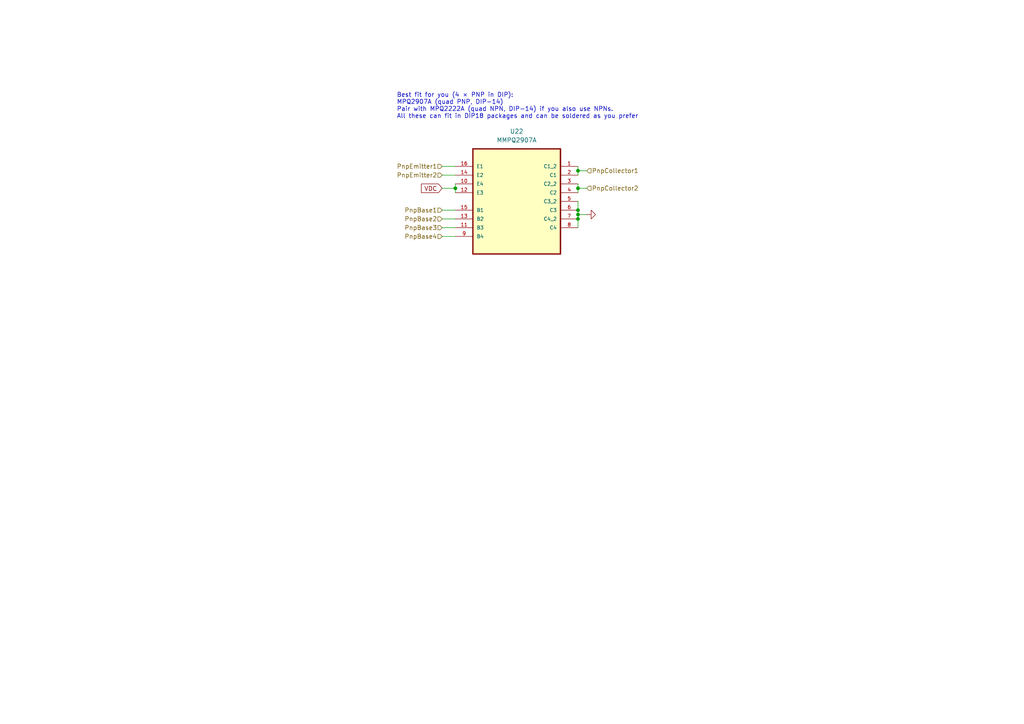
<source format=kicad_sch>
(kicad_sch (version 20250114) (generator "eeschema") (generator_version "9.0")
  (paper "A4")
  (lib_symbols
    (symbol "ktype:MMPQ2907A" (pin_names (offset 1.016))
      (property "Reference" "U16" (at 0 17.78 0))
      (property "Value" "MMPQ2907A" (at 0 15.24 0))
      (symbol "MMPQ2907A_0_0"
        (rectangle (start -12.7 -17.78) (end 12.7 12.7) (stroke (width 0.4064)) (fill (type background)))
        (pin passive line (at -17.78 7.62 0) (length 5.08) (name "E1") (number "16"))
        (pin passive line (at -17.78 5.08 0) (length 5.08) (name "E2") (number "14"))
        (pin passive line (at -17.78 2.54 0) (length 5.08) (name "E4") (number "10"))
        (pin passive line (at -17.78 0 0) (length 5.08) (name "E3") (number "12"))
        (pin passive line (at -17.78 -5.08 0) (length 5.08) (name "B1") (number "15"))
        (pin passive line (at -17.78 -7.62 0) (length 5.08) (name "B2") (number "13"))
        (pin passive line (at -17.78 -10.16 0) (length 5.08) (name "B3") (number "11"))
        (pin passive line (at -17.78 -12.7 0) (length 5.08) (name "B4") (number "9"))
        (pin passive line (at 17.78 7.62 180) (length 5.08) (name "C1_2") (number "1"))
        (pin passive line (at 17.78 5.08 180) (length 5.08) (name "C1") (number "2"))
        (pin passive line (at 17.78 2.54 180) (length 5.08) (name "C2_2") (number "3"))
        (pin passive line (at 17.78 0 180) (length 5.08) (name "C2") (number "4"))
        (pin passive line (at 17.78 -2.54 180) (length 5.08) (name "C3_2") (number "5"))
        (pin passive line (at 17.78 -5.08 180) (length 5.08) (name "C3") (number "6"))
        (pin passive line (at 17.78 -7.62 180) (length 5.08) (name "C4_2") (number "7"))
        (pin passive line (at 17.78 -10.16 180) (length 5.08) (name "C4") (number "8"))
      )
    )
    (symbol "power:GND" (power) (pin_numbers (hide yes)) (pin_names (offset 0) (hide yes))
      (property "Value" "GND" (at 0 -3.81 0))
      (symbol "GND_0_1"
        (polyline (pts (xy 0 0) (xy 0 -1.27) (xy 1.27 -1.27) (xy 0 -2.54) (xy -1.27 -1.27) (xy 0 -1.27)))
      )
      (symbol "GND_1_1"
        (pin power_in line (at 0 0 270) (length 0) (name "~") (number "1"))
      )
    )
  )
  (text "Best fit for you (4 × PNP in DIP):\nMPQ2907A (quad PNP, DIP-14)\nPair with MPQ2222A (quad NPN, DIP-14) if you also use NPNs.\nAll these can fit in DIP18 packages and can be soldered as you prefer\n" (at 115.062 30.734 0) (effects (font (size 1.27 1.27)) (justify left)))
  (junction (at 167.64 54.61))
  (junction (at 167.64 49.53))
  (junction (at 167.64 62.23))
  (junction (at 132.08 54.61))
  (junction (at 167.64 60.96))
  (junction (at 167.64 63.5))
  (wire (pts (xy 167.64 63.5) (xy 167.64 66.04)))
  (wire (pts (xy 128.27 66.04) (xy 132.08 66.04)))
  (wire (pts (xy 132.08 54.61) (xy 132.08 55.88)))
  (wire (pts (xy 167.64 49.53) (xy 167.64 50.8)))
  (wire (pts (xy 167.64 48.26) (xy 167.64 49.53)))
  (wire (pts (xy 167.64 62.23) (xy 170.18 62.23)))
  (wire (pts (xy 128.27 60.96) (xy 132.08 60.96)))
  (wire (pts (xy 128.27 50.8) (xy 132.08 50.8)))
  (wire (pts (xy 167.64 58.42) (xy 167.64 60.96)))
  (wire (pts (xy 167.64 62.23) (xy 167.64 63.5)))
  (wire (pts (xy 167.64 53.34) (xy 167.64 54.61)))
  (wire (pts (xy 167.64 49.53) (xy 170.18 49.53)))
  (wire (pts (xy 167.64 54.61) (xy 167.64 55.88)))
  (wire (pts (xy 132.08 53.34) (xy 132.08 54.61)))
  (wire (pts (xy 128.27 68.58) (xy 132.08 68.58)))
  (wire (pts (xy 128.27 54.61) (xy 132.08 54.61)))
  (wire (pts (xy 128.27 63.5) (xy 132.08 63.5)))
  (wire (pts (xy 128.27 48.26) (xy 132.08 48.26)))
  (wire (pts (xy 167.64 60.96) (xy 167.64 62.23)))
  (wire (pts (xy 167.64 54.61) (xy 170.18 54.61)))
  (global_label "VDC" (shape input) (at 128.27 54.61 180) (property "Intersheetrefs" "${INTERSHEET_REFS}" (effects (hide yes))))
  (hierarchical_label "PnpBase4" (shape input) (at 128.27 68.58 180))
  (hierarchical_label "PnpEmitter2" (shape input) (at 128.27 50.8 180))
  (hierarchical_label "PnpCollector1" (shape input) (at 170.18 49.53 0))
  (hierarchical_label "PnpEmitter1" (shape input) (at 128.27 48.26 180))
  (hierarchical_label "PnpBase1" (shape input) (at 128.27 60.96 180))
  (hierarchical_label "PnpBase2" (shape input) (at 128.27 63.5 180))
  (hierarchical_label "PnpCollector2" (shape input) (at 170.18 54.61 0))
  (hierarchical_label "PnpBase3" (shape input) (at 128.27 66.04 180))
  (symbol (lib_id "power:GND") (at 170.18 62.23 90) (mirror x) (unit 1)
    (property "Reference" "#PWR0101" (effects (hide yes)))
    (property "Value" "GND" (effects (hide yes)))
    (property "Description" "Power symbol creates a global label with name \"GND\" , ground" (effects (hide yes)))
  )
  (symbol (lib_id "ktype:MMPQ2907A") (at 149.86 55.88 0) (unit 1)
    (property "Reference" "U22" (at 149.86 38.1 0))
    (property "Value" "MMPQ2907A" (at 149.86 40.64 0))
    (property "Footprint" "termocuplu:SOIC127P600X175-16N" (effects (hide yes)))
    (property "MF" "ON Semiconductor" (effects (hide yes)))
    (property "Description_1" "Bipolar (BJT) Transistor Array 4 NPN (Quad) 40V 500mA 300MHz 1W Surface Mount 16-SOIC" (effects (hide yes)))
    (property "PACKAGE" "SOIC-16" (effects (hide yes)))
    (property "MPN" "MMPQ2222A" (effects (hide yes)))
    (property "Price" "None" (effects (hide yes)))
    (property "Package" "SOIC-16 ON Semiconductor" (effects (hide yes)))
    (property "OC_FARNELL" "2101390" (effects (hide yes)))
    (property "SnapEDA_Link" "https://www.snapeda.com/parts/MMPQ2222A/Onsemi/view-part/?ref=snap" (effects (hide yes)))
    (property "MP" "MMPQ2222A" (effects (hide yes)))
    (property "SUPPLIER" "FAIRCHILD SEMICONDUCTOR" (effects (hide yes)))
    (property "OC_NEWARK" "10P1562" (effects (hide yes)))
    (property "Availability" "In Stock" (effects (hide yes)))
    (property "Check_prices" "https://www.snapeda.com/parts/MMPQ2222A/Onsemi/view-part/?ref=eda" (effects (hide yes)))
  )
)
</source>
